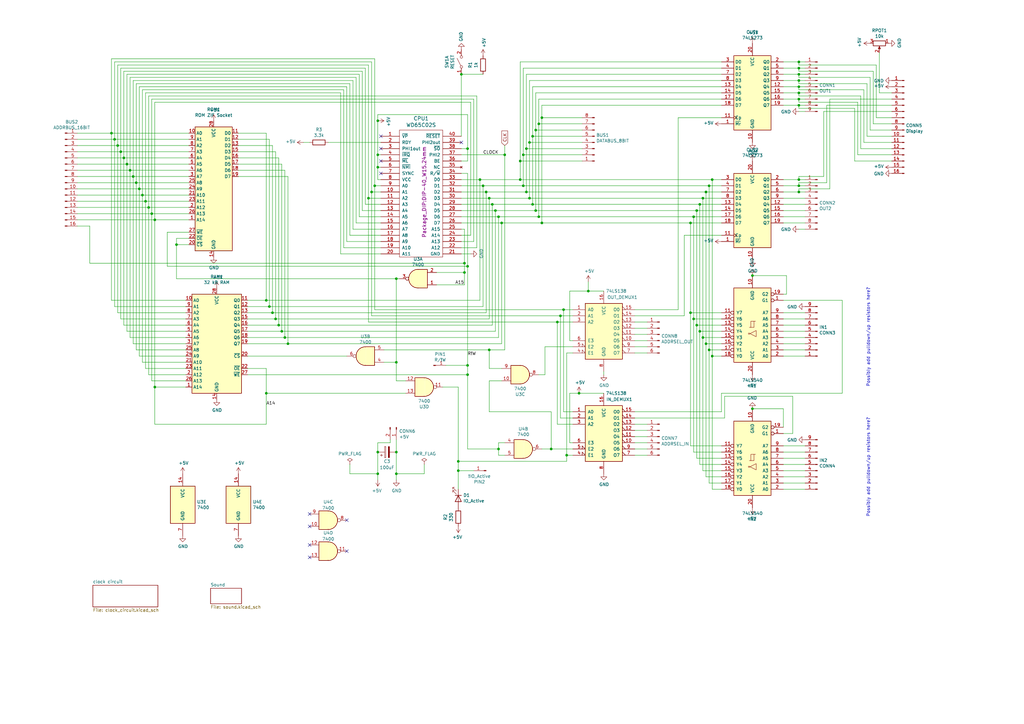
<source format=kicad_sch>
(kicad_sch (version 20231120) (generator "eeschema") (generator_version "8.0")
  (paper "A3")
  (junction (at 285.75 86.36))
  (junction (at 190.5 107.95))
  (junction (at 214.63 76.2))
  (junction (at 207.01 63.5))
  (junction (at 111.76 128.27))
  (junction (at 205.74 91.44))
  (junction (at 218.44 83.82))
  (junction (at 115.57 135.89))
  (junction (at 203.2 86.36))
  (junction (at 152.4 78.74))
  (junction (at 283.21 91.44))
  (junction (at 151.13 81.28))
  (junction (at 213.36 73.66))
  (junction (at 154.94 63.5))
  (junction (at 327.66 35.56))
  (junction (at 196.85 73.66))
  (junction (at 327.66 25.4))
  (junction (at 215.9 78.74))
  (junction (at 231.14 127))
  (junction (at 327.66 27.94))
  (junction (at 154.94 68.58))
  (junction (at 54.61 72.39))
  (junction (at 153.67 76.2))
  (junction (at 327.66 38.1))
  (junction (at 199.39 78.74))
  (junction (at 327.66 43.18))
  (junction (at 222.25 48.26))
  (junction (at 72.39 100.33))
  (junction (at 50.8 64.77))
  (junction (at 288.29 138.43))
  (junction (at 62.23 87.63))
  (junction (at 58.42 80.01))
  (junction (at 191.77 109.22))
  (junction (at 204.47 184.15))
  (junction (at 220.98 50.8))
  (junction (at 292.1 73.66))
  (junction (at 290.83 76.2))
  (junction (at 284.48 88.9))
  (junction (at 154.94 49.53))
  (junction (at 187.96 189.23))
  (junction (at 283.21 128.27))
  (junction (at 162.56 194.31))
  (junction (at 215.9 60.96))
  (junction (at 327.66 33.02))
  (junction (at 241.3 119.38))
  (junction (at 154.94 185.42))
  (junction (at 45.72 54.61))
  (junction (at 327.66 78.74))
  (junction (at 52.07 67.31))
  (junction (at 290.83 143.51))
  (junction (at 110.49 125.73))
  (junction (at 109.22 123.19))
  (junction (at 162.56 148.59))
  (junction (at 63.5 158.75))
  (junction (at 57.15 77.47))
  (junction (at 232.41 186.69))
  (junction (at 284.48 130.81))
  (junction (at 162.56 185.42))
  (junction (at 63.5 90.17))
  (junction (at 55.88 74.93))
  (junction (at 48.26 59.69))
  (junction (at 237.49 161.29))
  (junction (at 118.11 140.97))
  (junction (at 217.17 81.28))
  (junction (at 114.3 133.35))
  (junction (at 292.1 146.05))
  (junction (at 285.75 133.35))
  (junction (at 228.6 132.08))
  (junction (at 187.96 193.04))
  (junction (at 308.61 167.64))
  (junction (at 49.53 62.23))
  (junction (at 200.66 143.51))
  (junction (at 204.47 88.9))
  (junction (at 217.17 58.42))
  (junction (at 198.12 76.2))
  (junction (at 229.87 129.54))
  (junction (at 219.71 53.34))
  (junction (at 201.93 83.82))
  (junction (at 289.56 140.97))
  (junction (at 46.99 57.15))
  (junction (at 218.44 55.88))
  (junction (at 189.23 30.48))
  (junction (at 53.34 69.85))
  (junction (at 327.66 73.66))
  (junction (at 213.36 66.04))
  (junction (at 219.71 86.36))
  (junction (at 289.56 78.74))
  (junction (at 154.94 194.31))
  (junction (at 327.66 76.2))
  (junction (at 308.61 113.03))
  (junction (at 191.77 153.67))
  (junction (at 191.77 60.96))
  (junction (at 226.06 184.15))
  (junction (at 214.63 63.5))
  (junction (at 222.25 91.44))
  (junction (at 200.66 81.28))
  (junction (at 287.02 135.89))
  (junction (at 327.66 40.64))
  (junction (at 190.5 111.76))
  (junction (at 116.84 138.43))
  (junction (at 191.77 149.86))
  (junction (at 162.56 114.3))
  (junction (at 327.66 30.48))
  (junction (at 288.29 81.28))
  (junction (at 113.03 130.81))
  (junction (at 60.96 85.09))
  (junction (at 59.69 82.55))
  (junction (at 109.22 161.29))
  (junction (at 287.02 83.82))
  (junction (at 220.98 88.9))
  (no_connect (at 127 223.52))
  (no_connect (at 142.24 226.06))
  (no_connect (at 127 210.82))
  (no_connect (at 127 215.9))
  (no_connect (at 142.24 213.36))
  (no_connect (at 156.21 55.88))
  (no_connect (at 189.23 58.42))
  (no_connect (at 156.21 66.04))
  (no_connect (at 127 228.6))
  (no_connect (at 156.21 71.12))
  (no_connect (at 156.21 60.96))
  (wire (pts (xy 58.42 80.01) (xy 77.47 80.01)))
  (wire (pts (xy 187.96 193.04) (xy 187.96 200.66)))
  (wire (pts (xy 217.17 33.02) (xy 295.91 33.02)))
  (wire (pts (xy 238.76 53.34) (xy 219.71 53.34)))
  (wire (pts (xy 182.88 149.86) (xy 191.77 149.86)))
  (wire (pts (xy 200.66 143.51) (xy 207.01 143.51)))
  (wire (pts (xy 354.33 36.83) (xy 354.33 58.42)))
  (wire (pts (xy 220.98 88.9) (xy 284.48 88.9)))
  (wire (pts (xy 111.76 59.69) (xy 97.79 59.69)))
  (wire (pts (xy 229.87 171.45) (xy 234.95 171.45)))
  (wire (pts (xy 53.34 31.75) (xy 146.05 31.75)))
  (wire (pts (xy 238.76 66.04) (xy 213.36 66.04)))
  (wire (pts (xy 325.12 177.8) (xy 321.31 177.8)))
  (wire (pts (xy 222.25 48.26) (xy 222.25 43.18)))
  (wire (pts (xy 198.12 76.2) (xy 214.63 76.2)))
  (wire (pts (xy 285.75 187.96) (xy 295.91 187.96)))
  (wire (pts (xy 238.76 60.96) (xy 215.9 60.96)))
  (wire (pts (xy 337.82 72.39) (xy 327.66 72.39)))
  (wire (pts (xy 156.21 99.06) (xy 142.24 99.06)))
  (wire (pts (xy 325.12 162.56) (xy 325.12 177.8)))
  (wire (pts (xy 62.23 40.64) (xy 194.31 40.64)))
  (wire (pts (xy 327.66 43.18) (xy 327.66 44.45)))
  (wire (pts (xy 156.21 86.36) (xy 148.59 86.36)))
  (wire (pts (xy 217.17 81.28) (xy 217.17 58.42)))
  (wire (pts (xy 48.26 59.69) (xy 48.26 128.27)))
  (wire (pts (xy 57.15 146.05) (xy 76.2 146.05)))
  (wire (pts (xy 189.23 63.5) (xy 207.01 63.5)))
  (wire (pts (xy 189.23 73.66) (xy 196.85 73.66)))
  (wire (pts (xy 283.21 91.44) (xy 283.21 128.27)))
  (wire (pts (xy 143.51 34.29) (xy 143.51 96.52)))
  (wire (pts (xy 60.96 39.37) (xy 195.58 39.37)))
  (wire (pts (xy 48.26 59.69) (xy 77.47 59.69)))
  (wire (pts (xy 321.31 38.1) (xy 327.66 38.1)))
  (wire (pts (xy 46.99 57.15) (xy 77.47 57.15)))
  (wire (pts (xy 284.48 88.9) (xy 295.91 88.9)))
  (wire (pts (xy 196.85 73.66) (xy 196.85 123.19)))
  (wire (pts (xy 327.66 25.4) (xy 330.2 25.4)))
  (wire (pts (xy 199.39 78.74) (xy 215.9 78.74)))
  (wire (pts (xy 321.31 91.44) (xy 330.2 91.44)))
  (wire (pts (xy 327.66 38.1) (xy 327.66 39.37)))
  (wire (pts (xy 339.09 74.93) (xy 327.66 74.93)))
  (wire (pts (xy 31.75 62.23) (xy 49.53 62.23)))
  (wire (pts (xy 228.6 132.08) (xy 234.95 132.08)))
  (wire (pts (xy 288.29 81.28) (xy 295.91 81.28)))
  (wire (pts (xy 166.37 161.29) (xy 109.22 161.29)))
  (wire (pts (xy 233.68 119.38) (xy 241.3 119.38)))
  (wire (pts (xy 233.68 181.61) (xy 233.68 161.29)))
  (wire (pts (xy 260.35 179.07) (xy 265.43 179.07)))
  (wire (pts (xy 59.69 82.55) (xy 59.69 151.13)))
  (wire (pts (xy 207.01 181.61) (xy 204.47 181.61)))
  (wire (pts (xy 31.75 77.47) (xy 57.15 77.47)))
  (wire (pts (xy 191.77 149.86) (xy 191.77 153.67)))
  (wire (pts (xy 54.61 140.97) (xy 76.2 140.97)))
  (wire (pts (xy 278.13 48.26) (xy 295.91 48.26)))
  (wire (pts (xy 365.76 38.1) (xy 360.68 38.1)))
  (wire (pts (xy 213.36 73.66) (xy 292.1 73.66)))
  (wire (pts (xy 237.49 161.29) (xy 247.65 161.29)))
  (wire (pts (xy 200.66 168.91) (xy 200.66 156.21)))
  (wire (pts (xy 232.41 144.78) (xy 234.95 144.78)))
  (wire (pts (xy 247.65 153.67) (xy 247.65 152.4)))
  (wire (pts (xy 321.31 138.43) (xy 330.2 138.43)))
  (wire (pts (xy 45.72 123.19) (xy 76.2 123.19)))
  (wire (pts (xy 162.56 148.59) (xy 162.56 114.3)))
  (wire (pts (xy 160.02 181.61) (xy 160.02 180.34)))
  (wire (pts (xy 327.66 27.94) (xy 327.66 29.21)))
  (wire (pts (xy 193.04 104.14) (xy 189.23 104.14)))
  (wire (pts (xy 63.5 41.91) (xy 193.04 41.91)))
  (wire (pts (xy 151.13 132.08) (xy 228.6 132.08)))
  (wire (pts (xy 260.35 142.24) (xy 265.43 142.24)))
  (wire (pts (xy 154.94 46.99) (xy 191.77 46.99)))
  (wire (pts (xy 228.6 132.08) (xy 228.6 173.99)))
  (wire (pts (xy 308.61 113.03) (xy 322.58 113.03)))
  (wire (pts (xy 63.5 90.17) (xy 77.47 90.17)))
  (wire (pts (xy 218.44 83.82) (xy 287.02 83.82)))
  (wire (pts (xy 289.56 140.97) (xy 289.56 195.58)))
  (wire (pts (xy 327.66 30.48) (xy 327.66 31.75)))
  (wire (pts (xy 238.76 55.88) (xy 218.44 55.88)))
  (wire (pts (xy 109.22 123.19) (xy 109.22 54.61)))
  (wire (pts (xy 191.77 60.96) (xy 191.77 46.99)))
  (wire (pts (xy 203.2 86.36) (xy 203.2 135.89)))
  (wire (pts (xy 68.58 109.22) (xy 191.77 109.22)))
  (wire (pts (xy 58.42 36.83) (xy 58.42 80.01)))
  (wire (pts (xy 234.95 186.69) (xy 232.41 186.69)))
  (wire (pts (xy 204.47 184.15) (xy 204.47 181.61)))
  (wire (pts (xy 31.75 87.63) (xy 62.23 87.63)))
  (wire (pts (xy 189.23 86.36) (xy 203.2 86.36)))
  (wire (pts (xy 201.93 83.82) (xy 201.93 133.35)))
  (wire (pts (xy 173.99 194.31) (xy 173.99 190.5)))
  (wire (pts (xy 116.84 69.85) (xy 97.79 69.85)))
  (wire (pts (xy 110.49 57.15) (xy 97.79 57.15)))
  (wire (pts (xy 290.83 198.12) (xy 295.91 198.12)))
  (wire (pts (xy 63.5 158.75) (xy 63.5 173.99)))
  (wire (pts (xy 223.52 153.67) (xy 223.52 142.24)))
  (wire (pts (xy 156.21 78.74) (xy 152.4 78.74)))
  (wire (pts (xy 345.44 161.29) (xy 345.44 123.19)))
  (wire (pts (xy 156.21 96.52) (xy 143.51 96.52)))
  (wire (pts (xy 290.83 143.51) (xy 295.91 143.51)))
  (wire (pts (xy 55.88 74.93) (xy 55.88 143.51)))
  (wire (pts (xy 356.87 31.75) (xy 356.87 53.34)))
  (wire (pts (xy 321.31 187.96) (xy 330.2 187.96)))
  (wire (pts (xy 345.44 123.19) (xy 321.31 123.19)))
  (wire (pts (xy 327.66 36.83) (xy 354.33 36.83)))
  (wire (pts (xy 156.21 76.2) (xy 153.67 76.2)))
  (wire (pts (xy 157.48 143.51) (xy 200.66 143.51)))
  (wire (pts (xy 285.75 133.35) (xy 285.75 187.96)))
  (wire (pts (xy 204.47 88.9) (xy 220.98 88.9)))
  (wire (pts (xy 191.77 184.15) (xy 191.77 153.67)))
  (wire (pts (xy 31.75 80.01) (xy 58.42 80.01)))
  (wire (pts (xy 36.83 92.71) (xy 31.75 92.71)))
  (wire (pts (xy 190.5 111.76) (xy 190.5 116.84)))
  (wire (pts (xy 101.6 130.81) (xy 113.03 130.81)))
  (wire (pts (xy 187.96 189.23) (xy 232.41 189.23)))
  (wire (pts (xy 200.66 81.28) (xy 200.66 130.81)))
  (wire (pts (xy 198.12 76.2) (xy 198.12 125.73)))
  (wire (pts (xy 327.66 34.29) (xy 355.6 34.29)))
  (wire (pts (xy 156.21 101.6) (xy 140.97 101.6)))
  (wire (pts (xy 203.2 135.89) (xy 115.57 135.89)))
  (wire (pts (xy 154.94 49.53) (xy 154.94 63.5)))
  (wire (pts (xy 31.75 67.31) (xy 52.07 67.31)))
  (wire (pts (xy 189.23 83.82) (xy 201.93 83.82)))
  (wire (pts (xy 52.07 30.48) (xy 52.07 67.31)))
  (wire (pts (xy 31.75 54.61) (xy 45.72 54.61)))
  (wire (pts (xy 351.79 41.91) (xy 351.79 63.5)))
  (wire (pts (xy 46.99 25.4) (xy 152.4 25.4)))
  (wire (pts (xy 72.39 97.79) (xy 72.39 100.33)))
  (wire (pts (xy 241.3 115.57) (xy 241.3 119.38)))
  (wire (pts (xy 101.6 138.43) (xy 116.84 138.43)))
  (wire (pts (xy 321.31 25.4) (xy 327.66 25.4)))
  (wire (pts (xy 200.66 130.81) (xy 113.03 130.81)))
  (wire (pts (xy 46.99 125.73) (xy 76.2 125.73)))
  (wire (pts (xy 321.31 140.97) (xy 330.2 140.97)))
  (wire (pts (xy 156.21 83.82) (xy 149.86 83.82)))
  (wire (pts (xy 327.66 72.39) (xy 327.66 73.66)))
  (wire (pts (xy 260.35 176.53) (xy 265.43 176.53)))
  (wire (pts (xy 139.7 104.14) (xy 139.7 38.1)))
  (wire (pts (xy 101.6 153.67) (xy 191.77 153.67)))
  (wire (pts (xy 213.36 25.4) (xy 295.91 25.4)))
  (wire (pts (xy 260.35 168.91) (xy 295.91 168.91)))
  (wire (pts (xy 218.44 83.82) (xy 218.44 55.88)))
  (wire (pts (xy 53.34 69.85) (xy 77.47 69.85)))
  (wire (pts (xy 287.02 83.82) (xy 287.02 135.89)))
  (wire (pts (xy 53.34 69.85) (xy 53.34 138.43)))
  (wire (pts (xy 260.35 186.69) (xy 265.43 186.69)))
  (wire (pts (xy 321.31 182.88) (xy 330.2 182.88)))
  (wire (pts (xy 321.31 200.66) (xy 330.2 200.66)))
  (wire (pts (xy 109.22 54.61) (xy 97.79 54.61)))
  (wire (pts (xy 50.8 29.21) (xy 148.59 29.21)))
  (wire (pts (xy 233.68 161.29) (xy 237.49 161.29)))
  (wire (pts (xy 219.71 86.36) (xy 285.75 86.36)))
  (wire (pts (xy 201.93 83.82) (xy 218.44 83.82)))
  (wire (pts (xy 194.31 193.04) (xy 187.96 193.04)))
  (wire (pts (xy 31.75 69.85) (xy 53.34 69.85)))
  (wire (pts (xy 59.69 151.13) (xy 76.2 151.13)))
  (wire (pts (xy 190.5 111.76) (xy 179.07 111.76)))
  (wire (pts (xy 327.66 74.93) (xy 327.66 76.2)))
  (wire (pts (xy 360.68 38.1) (xy 360.68 21.59)))
  (wire (pts (xy 231.14 127) (xy 234.95 127)))
  (wire (pts (xy 295.91 168.91) (xy 295.91 161.29)))
  (wire (pts (xy 200.66 81.28) (xy 217.17 81.28)))
  (wire (pts (xy 234.95 181.61) (xy 233.68 181.61)))
  (wire (pts (xy 154.94 63.5) (xy 154.94 68.58)))
  (wire (pts (xy 283.21 128.27) (xy 295.91 128.27)))
  (wire (pts (xy 57.15 77.47) (xy 77.47 77.47)))
  (wire (pts (xy 355.6 34.29) (xy 355.6 55.88)))
  (wire (pts (xy 204.47 138.43) (xy 116.84 138.43)))
  (wire (pts (xy 45.72 54.61) (xy 45.72 123.19)))
  (wire (pts (xy 321.31 133.35) (xy 330.2 133.35)))
  (wire (pts (xy 321.31 78.74) (xy 327.66 78.74)))
  (wire (pts (xy 187.96 189.23) (xy 187.96 193.04)))
  (wire (pts (xy 54.61 72.39) (xy 54.61 140.97)))
  (wire (pts (xy 350.52 44.45) (xy 350.52 66.04)))
  (wire (pts (xy 217.17 58.42) (xy 217.17 33.02)))
  (wire (pts (xy 191.77 66.04) (xy 191.77 60.96)))
  (wire (pts (xy 284.48 130.81) (xy 295.91 130.81)))
  (wire (pts (xy 327.66 40.64) (xy 327.66 41.91)))
  (wire (pts (xy 280.67 96.52) (xy 295.91 96.52)))
  (wire (pts (xy 162.56 185.42) (xy 162.56 194.31)))
  (wire (pts (xy 327.66 45.72) (xy 330.2 45.72)))
  (wire (pts (xy 285.75 86.36) (xy 285.75 133.35)))
  (wire (pts (xy 260.35 173.99) (xy 265.43 173.99)))
  (wire (pts (xy 53.34 138.43) (xy 76.2 138.43)))
  (wire (pts (xy 154.94 185.42) (xy 154.94 194.31)))
  (wire (pts (xy 68.58 95.25) (xy 68.58 109.22)))
  (wire (pts (xy 226.06 184.15) (xy 226.06 168.91)))
  (wire (pts (xy 156.21 81.28) (xy 151.13 81.28)))
  (wire (pts (xy 292.1 146.05) (xy 295.91 146.05)))
  (wire (pts (xy 321.31 146.05) (xy 330.2 146.05)))
  (wire (pts (xy 57.15 77.47) (xy 57.15 146.05)))
  (wire (pts (xy 189.23 76.2) (xy 198.12 76.2)))
  (wire (pts (xy 146.05 31.75) (xy 146.05 91.44)))
  (wire (pts (xy 205.74 91.44) (xy 205.74 140.97)))
  (wire (pts (xy 327.66 35.56) (xy 327.66 36.83)))
  (wire (pts (xy 156.21 104.14) (xy 139.7 104.14)))
  (wire (pts (xy 49.53 27.94) (xy 149.86 27.94)))
  (wire (pts (xy 31.75 85.09) (xy 60.96 85.09)))
  (wire (pts (xy 205.74 91.44) (xy 222.25 91.44)))
  (wire (pts (xy 327.66 93.98) (xy 330.2 93.98)))
  (wire (pts (xy 287.02 135.89) (xy 295.91 135.89)))
  (wire (pts (xy 31.75 64.77) (xy 50.8 64.77)))
  (wire (pts (xy 189.23 99.06) (xy 194.31 99.06)))
  (wire (pts (xy 214.63 63.5) (xy 214.63 27.94)))
  (wire (pts (xy 260.35 139.7) (xy 265.43 139.7)))
  (wire (pts (xy 283.21 91.44) (xy 295.91 91.44)))
  (wire (pts (xy 118.11 140.97) (xy 118.11 72.39)))
  (wire (pts (xy 321.31 128.27) (xy 330.2 128.27)))
  (wire (pts (xy 148.59 29.21) (xy 148.59 86.36)))
  (wire (pts (xy 214.63 76.2) (xy 214.63 63.5)))
  (wire (pts (xy 289.56 195.58) (xy 295.91 195.58)))
  (wire (pts (xy 191.77 71.12) (xy 191.77 109.22)))
  (wire (pts (xy 321.31 81.28) (xy 330.2 81.28)))
  (wire (pts (xy 156.21 73.66) (xy 154.94 73.66)))
  (wire (pts (xy 321.31 193.04) (xy 330.2 193.04)))
  (wire (pts (xy 63.5 158.75) (xy 76.2 158.75)))
  (wire (pts (xy 190.5 107.95) (xy 36.83 107.95)))
  (wire (pts (xy 52.07 30.48) (xy 147.32 30.48)))
  (wire (pts (xy 189.23 88.9) (xy 204.47 88.9)))
  (wire (pts (xy 189.23 101.6) (xy 195.58 101.6)))
  (wire (pts (xy 285.75 133.35) (xy 295.91 133.35)))
  (wire (pts (xy 321.31 73.66) (xy 327.66 73.66)))
  (wire (pts (xy 321.31 135.89) (xy 330.2 135.89)))
  (wire (pts (xy 321.31 198.12) (xy 330.2 198.12)))
  (wire (pts (xy 340.36 77.47) (xy 327.66 77.47)))
  (wire (pts (xy 31.75 82.55) (xy 59.69 82.55)))
  (wire (pts (xy 143.51 194.31) (xy 154.94 194.31)))
  (wire (pts (xy 101.6 128.27) (xy 111.76 128.27)))
  (wire (pts (xy 31.75 59.69) (xy 48.26 59.69)))
  (wire (pts (xy 321.31 43.18) (xy 327.66 43.18)))
  (wire (pts (xy 359.41 26.67) (xy 359.41 48.26)))
  (wire (pts (xy 327.66 38.1) (xy 330.2 38.1)))
  (wire (pts (xy 215.9 30.48) (xy 295.91 30.48)))
  (wire (pts (xy 101.6 140.97) (xy 118.11 140.97)))
  (wire (pts (xy 292.1 73.66) (xy 292.1 146.05)))
  (wire (pts (xy 285.75 86.36) (xy 295.91 86.36)))
  (wire (pts (xy 50.8 133.35) (xy 76.2 133.35)))
  (wire (pts (xy 55.88 143.51) (xy 76.2 143.51)))
  (wire (pts (xy 49.53 62.23) (xy 77.47 62.23)))
  (wire (pts (xy 58.42 148.59) (xy 76.2 148.59)))
  (wire (pts (xy 231.14 127) (xy 231.14 168.91)))
  (wire (pts (xy 213.36 73.66) (xy 213.36 66.04)))
  (wire (pts (xy 55.88 34.29) (xy 143.51 34.29)))
  (wire (pts (xy 194.31 99.06) (xy 194.31 40.64)))
  (wire (pts (xy 340.36 40.64) (xy 340.36 77.47)))
  (wire (pts (xy 289.56 78.74) (xy 295.91 78.74)))
  (wire (pts (xy 162.56 194.31) (xy 162.56 196.85)))
  (wire (pts (xy 118.11 72.39) (xy 97.79 72.39)))
  (wire (pts (xy 114.3 133.35) (xy 114.3 64.77)))
  (wire (pts (xy 101.6 151.13) (xy 109.22 151.13)))
  (wire (pts (xy 207.01 63.5) (xy 207.01 143.51)))
  (wire (pts (xy 204.47 184.15) (xy 204.47 186.69)))
  (wire (pts (xy 327.66 27.94) (xy 330.2 27.94)))
  (wire (pts (xy 204.47 186.69) (xy 207.01 186.69)))
  (wire (pts (xy 200.66 143.51) (xy 200.66 151.13)))
  (wire (pts (xy 156.21 58.42) (xy 134.62 58.42)))
  (wire (pts (xy 156.21 91.44) (xy 146.05 91.44)))
  (wire (pts (xy 287.02 135.89) (xy 287.02 190.5)))
  (wire (pts (xy 31.75 72.39) (xy 54.61 72.39)))
  (wire (pts (xy 151.13 81.28) (xy 151.13 132.08)))
  (wire (pts (xy 213.36 66.04) (xy 213.36 25.4)))
  (wire (pts (xy 45.72 24.13) (xy 153.67 24.13)))
  (wire (pts (xy 154.94 194.31) (xy 154.94 196.85)))
  (wire (pts (xy 115.57 67.31) (xy 97.79 67.31)))
  (wire (pts (xy 260.35 129.54) (xy 280.67 129.54)))
  (wire (pts (xy 189.23 60.96) (xy 191.77 60.96)))
  (wire (pts (xy 290.83 76.2) (xy 295.91 76.2)))
  (wire (pts (xy 260.35 127) (xy 278.13 127)))
  (wire (pts (xy 214.63 76.2) (xy 290.83 76.2)))
  (wire (pts (xy 321.31 120.65) (xy 322.58 120.65)))
  (wire (pts (xy 50.8 64.77) (xy 50.8 133.35)))
  (wire (pts (xy 201.93 133.35) (xy 114.3 133.35)))
  (wire (pts (xy 59.69 38.1) (xy 59.69 82.55)))
  (wire (pts (xy 189.23 78.74) (xy 199.39 78.74)))
  (wire (pts (xy 60.96 85.09) (xy 60.96 153.67)))
  (wire (pts (xy 238.76 58.42) (xy 217.17 58.42)))
  (wire (pts (xy 218.44 35.56) (xy 295.91 35.56)))
  (wire (pts (xy 189.23 66.04) (xy 191.77 66.04)))
  (wire (pts (xy 327.66 29.21) (xy 358.14 29.21)))
  (wire (pts (xy 144.78 33.02) (xy 144.78 93.98)))
  (wire (pts (xy 321.31 40.64) (xy 327.66 40.64)))
  (wire (pts (xy 48.26 128.27) (xy 76.2 128.27)))
  (wire (pts (xy 124.46 58.42) (xy 127 58.42)))
  (wire (pts (xy 220.98 40.64) (xy 295.91 40.64)))
  (wire (pts (xy 327.66 31.75) (xy 356.87 31.75)))
  (wire (pts (xy 260.35 132.08) (xy 265.43 132.08)))
  (wire (pts (xy 217.17 81.28) (xy 288.29 81.28)))
  (wire (pts (xy 289.56 78.74) (xy 289.56 140.97)))
  (wire (pts (xy 321.31 83.82) (xy 330.2 83.82)))
  (wire (pts (xy 57.15 35.56) (xy 142.24 35.56)))
  (wire (pts (xy 233.68 139.7) (xy 233.68 119.38)))
  (wire (pts (xy 327.66 77.47) (xy 327.66 78.74)))
  (wire (pts (xy 152.4 129.54) (xy 229.87 129.54)))
  (wire (pts (xy 308.61 167.64) (xy 321.31 167.64)))
  (wire (pts (xy 260.35 184.15) (xy 265.43 184.15)))
  (wire (pts (xy 45.72 54.61) (xy 77.47 54.61)))
  (wire (pts (xy 287.02 83.82) (xy 295.91 83.82)))
  (wire (pts (xy 350.52 66.04) (xy 365.76 66.04)))
  (wire (pts (xy 63.5 41.91) (xy 63.5 90.17)))
  (wire (pts (xy 327.66 35.56) (xy 330.2 35.56)))
  (wire (pts (xy 196.85 73.66) (xy 213.36 73.66)))
  (wire (pts (xy 151.13 26.67) (xy 151.13 81.28)))
  (wire (pts (xy 154.94 181.61) (xy 160.02 181.61)))
  (wire (pts (xy 199.39 128.27) (xy 111.76 128.27)))
  (wire (pts (xy 198.12 125.73) (xy 110.49 125.73)))
  (wire (pts (xy 220.98 153.67) (xy 223.52 153.67)))
  (wire (pts (xy 48.26 26.67) (xy 151.13 26.67)))
  (wire (pts (xy 205.74 151.13) (xy 200.66 151.13)))
  (wire (pts (xy 46.99 25.4) (xy 46.99 57.15)))
  (wire (pts (xy 152.4 78.74) (xy 152.4 129.54)))
  (wire (pts (xy 219.71 86.36) (xy 219.71 53.34)))
  (wire (pts (xy 234.95 139.7) (xy 233.68 139.7)))
  (wire (pts (xy 214.63 27.94) (xy 295.91 27.94)))
  (wire (pts (xy 199.39 78.74) (xy 199.39 128.27)))
  (wire (pts (xy 327.66 25.4) (xy 327.66 26.67)))
  (wire (pts (xy 232.41 144.78) (xy 232.41 186.69)))
  (wire (pts (xy 355.6 55.88) (xy 365.76 55.88)))
  (wire (pts (xy 190.5 107.95) (xy 190.5 111.76)))
  (wire (pts (xy 288.29 193.04) (xy 295.91 193.04)))
  (wire (pts (xy 189.23 55.88) (xy 189.23 30.48)))
  (wire (pts (xy 101.6 135.89) (xy 115.57 135.89)))
  (wire (pts (xy 229.87 129.54) (xy 229.87 171.45)))
  (wire (pts (xy 292.1 200.66) (xy 295.91 200.66)))
  (wire (pts (xy 260.35 137.16) (xy 265.43 137.16)))
  (wire (pts (xy 196.85 123.19) (xy 109.22 123.19)))
  (wire (pts (xy 327.66 73.66) (xy 330.2 73.66)))
  (wire (pts (xy 189.23 96.52) (xy 193.04 96.52)))
  (wire (pts (xy 31.75 74.93) (xy 55.88 74.93)))
  (wire (pts (xy 204.47 184.15) (xy 191.77 184.15)))
  (wire (pts (xy 327.66 44.45) (xy 350.52 44.45)))
  (wire (pts (xy 49.53 62.23) (xy 49.53 130.81)))
  (wire (pts (xy 278.13 127) (xy 278.13 48.26)))
  (wire (pts (xy 63.5 173.99) (xy 109.22 173.99)))
  (wire (pts (xy 358.14 29.21) (xy 358.14 50.8)))
  (wire (pts (xy 46.99 57.15) (xy 46.99 125.73)))
  (wire (pts (xy 327.66 33.02) (xy 327.66 34.29)))
  (wire (pts (xy 356.87 53.34) (xy 365.76 53.34)))
  (wire (pts (xy 115.57 135.89) (xy 115.57 67.31)))
  (wire (pts (xy 60.96 153.67) (xy 76.2 153.67)))
  (wire (pts (xy 283.21 128.27) (xy 283.21 182.88)))
  (wire (pts (xy 162.56 194.31) (xy 173.99 194.31)))
  (wire (pts (xy 223.52 142.24) (xy 234.95 142.24)))
  (wire (pts (xy 321.31 167.64) (xy 321.31 175.26)))
  (wire (pts (xy 109.22 161.29) (xy 109.22 173.99)))
  (wire (pts (xy 147.32 30.48) (xy 147.32 88.9)))
  (wire (pts (xy 321.31 130.81) (xy 330.2 130.81)))
  (wire (pts (xy 321.31 35.56) (xy 327.66 35.56)))
  (wire (pts (xy 110.49 125.73) (xy 110.49 57.15)))
  (wire (pts (xy 200.66 156.21) (xy 205.74 156.21)))
  (wire (pts (xy 154.94 73.66) (xy 154.94 68.58)))
  (wire (pts (xy 353.06 39.37) (xy 353.06 60.96)))
  (wire (pts (xy 228.6 173.99) (xy 234.95 173.99)))
  (wire (pts (xy 57.15 35.56) (xy 57.15 77.47)))
  (wire (pts (xy 229.87 129.54) (xy 234.95 129.54)))
  (wire (pts (xy 321.31 30.48) (xy 327.66 30.48)))
  (wire (pts (xy 31.75 90.17) (xy 63.5 90.17)))
  (wire (pts (xy 62.23 87.63) (xy 77.47 87.63)))
  (wire (pts (xy 358.14 50.8) (xy 365.76 50.8)))
  (wire (pts (xy 290.83 76.2) (xy 290.83 143.51)))
  (wire (pts (xy 52.07 67.31) (xy 77.47 67.31)))
  (wire (pts (xy 220.98 88.9) (xy 220.98 50.8)))
  (wire (pts (xy 49.53 27.94) (xy 49.53 62.23)))
  (wire (pts (xy 327.66 40.64) (xy 330.2 40.64)))
  (wire (pts (xy 203.2 86.36) (xy 219.71 86.36)))
  (wire (pts (xy 321.31 33.02) (xy 327.66 33.02)))
  (wire (pts (xy 260.35 171.45) (xy 297.18 171.45)))
  (wire (pts (xy 59.69 38.1) (xy 139.7 38.1)))
  (wire (pts (xy 321.31 86.36) (xy 330.2 86.36)))
  (wire (pts (xy 351.79 63.5) (xy 365.76 63.5)))
  (wire (pts (xy 222.25 184.15) (xy 226.06 184.15)))
  (wire (pts (xy 205.74 140.97) (xy 118.11 140.97)))
  (wire (pts (xy 288.29 138.43) (xy 295.91 138.43)))
  (wire (pts (xy 337.82 45.72) (xy 337.82 72.39)))
  (wire (pts (xy 327.66 26.67) (xy 359.41 26.67)))
  (wire (pts (xy 162.56 148.59) (xy 162.56 156.21)))
  (wire (pts (xy 156.21 68.58) (xy 154.94 68.58)))
  (wire (pts (xy 219.71 38.1) (xy 295.91 38.1)))
  (wire (pts (xy 340.36 40.64) (xy 365.76 40.64)))
  (wire (pts (xy 58.42 36.83) (xy 140.97 36.83)))
  (wire (pts (xy 359.41 48.26) (xy 365.76 48.26)))
  (wire (pts (xy 284.48 130.81) (xy 284.48 185.42)))
  (wire (pts (xy 62.23 87.63) (xy 62.23 156.21)))
  (wire (pts (xy 31.75 57.15) (xy 46.99 57.15)))
  (wire (pts (xy 327.66 41.91) (xy 351.79 41.91)))
  (wire (pts (xy 284.48 185.42) (xy 295.91 185.42)))
  (wire (pts (xy 62.23 156.21) (xy 76.2 156.21)))
  (wire (pts (xy 238.76 63.5) (xy 214.63 63.5)))
  (wire (pts (xy 142.24 146.05) (xy 101.6 146.05)))
  (wire (pts (xy 292.1 146.05) (xy 292.1 200.66)))
  (wire (pts (xy 50.8 29.21) (xy 50.8 64.77)))
  (wire (pts (xy 111.76 128.27) (xy 111.76 59.69)))
  (wire (pts (xy 226.06 184.15) (xy 234.95 184.15)))
  (wire (pts (xy 72.39 100.33) (xy 77.47 100.33)))
  (wire (pts (xy 116.84 138.43) (xy 116.84 69.85)))
  (wire (pts (xy 288.29 138.43) (xy 288.29 193.04)))
  (wire (pts (xy 354.33 58.42) (xy 365.76 58.42)))
  (wire (pts (xy 156.21 63.5) (xy 154.94 63.5)))
  (wire (pts (xy 232.41 189.23) (xy 232.41 186.69)))
  (wire (pts (xy 287.02 190.5) (xy 295.91 190.5)))
  (wire (pts (xy 72.39 114.3) (xy 72.39 100.33)))
  (wire (pts (xy 62.23 40.64) (xy 62.23 87.63)))
  (wire (pts (xy 339.09 43.18) (xy 365.76 43.18)))
  (wire (pts (xy 101.6 133.35) (xy 114.3 133.35)))
  (wire (pts (xy 337.82 45.72) (xy 365.76 45.72)))
  (wire (pts (xy 215.9 78.74) (xy 215.9 60.96)))
  (wire (pts (xy 327.66 76.2) (xy 330.2 76.2)))
  (wire (pts (xy 187.96 158.75) (xy 187.96 189.23)))
  (wire (pts (xy 77.47 95.25) (xy 68.58 95.25)))
  (wire (pts (xy 222.25 91.44) (xy 222.25 48.26)))
  (wire (pts (xy 52.07 135.89) (xy 76.2 135.89)))
  (wire (pts (xy 113.03 130.81) (xy 113.03 62.23)))
  (wire (pts (xy 77.47 97.79) (xy 72.39 97.79)))
  (wire (pts (xy 140.97 36.83) (xy 140.97 101.6)))
  (wire (pts (xy 283.21 182.88) (xy 295.91 182.88)))
  (wire (pts (xy 45.72 24.13) (xy 45.72 54.61)))
  (wire (pts (xy 193.04 96.52) (xy 193.04 41.91)))
  (wire (pts (xy 114.3 64.77) (xy 97.79 64.77)))
  (wire (pts (xy 260.35 134.62) (xy 265.43 134.62)))
  (wire (pts (xy 241.3 119.38) (xy 247.65 119.38)))
  (wire (pts (xy 290.83 143.51) (xy 290.83 198.12)))
  (wire (pts (xy 143.51 194.31) (xy 143.51 190.5)))
  (wire (pts (xy 327.66 33.02) (xy 330.2 33.02)))
  (wire (pts (xy 238.76 50.8) (xy 220.98 50.8)))
  (wire (pts (xy 218.44 55.88) (xy 218.44 35.56)))
  (wire (pts (xy 54.61 33.02) (xy 144.78 33.02)))
  (wire (pts (xy 215.9 60.96) (xy 215.9 30.48)))
  (wire (pts (xy 321.31 27.94) (xy 327.66 27.94)))
  (wire (pts (xy 162.56 114.3) (xy 163.83 114.3)))
  (wire (pts (xy 260.35 144.78) (xy 265.43 144.78)))
  (wire (pts (xy 156.21 93.98) (xy 144.78 93.98)))
  (wire (pts (xy 226.06 168.91) (xy 200.66 168.91)))
  (wire (pts (xy 260.35 181.61) (xy 265.43 181.61)))
  (wire (pts (xy 52.07 67.31) (xy 52.07 135.89)))
  (wire (pts (xy 288.29 81.28) (xy 288.29 138.43)))
  (wire (pts (xy 154.94 49.53) (xy 154.94 46.99)))
  (wire (pts (xy 220.98 50.8) (xy 220.98 40.64)))
  (wire (pts (xy 191.77 109.22) (xy 191.77 149.86)))
  (wire (pts (xy 181.61 158.75) (xy 187.96 158.75)))
  (wire (pts (xy 189.23 30.48) (xy 198.12 30.48)))
  (wire (pts (xy 142.24 35.56) (xy 142.24 99.06)))
  (wire (pts (xy 292.1 73.66) (xy 295.91 73.66)))
  (wire (pts (xy 153.67 24.13) (xy 153.67 76.2)))
  (wire (pts (xy 189.23 93.98) (xy 190.5 93.98)))
  (wire (pts (xy 219.71 53.34) (xy 219.71 38.1)))
  (wire (pts (xy 222.25 43.18) (xy 295.91 43.18)))
  (wire (pts (xy 353.06 60.96) (xy 365.76 60.96)))
  (wire (pts (xy 54.61 72.39) (xy 77.47 72.39)))
  (wire (pts (xy 189.23 71.12) (xy 191.77 71.12)))
  (wire (pts (xy 53.34 31.75) (xy 53.34 69.85)))
  (wire (pts (xy 215.9 78.74) (xy 289.56 78.74)))
  (wire (pts (xy 113.03 62.23) (xy 97.79 62.23)))
  (wire (pts (xy 289.56 140.97) (xy 295.91 140.97)))
  (wire (pts (xy 59.69 82.55) (xy 77.47 82.55)))
  (wire (pts (xy 58.42 80.01) (xy 58.42 148.59)))
  (wire (pts (xy 295.91 161.29) (xy 345.44 161.29)))
  (wire (pts (xy 109.22 151.13) (xy 109.22 161.29)))
  (wire (pts (xy 162.56 180.34) (xy 162.56 185.42)))
  (wire (pts (xy 162.56 156.21) (xy 166.37 156.21)))
  (wire (pts (xy 189.23 81.28) (xy 200.66 81.28)))
  (wire (pts (xy 204.47 88.9) (xy 204.47 138.43)))
  (wire (pts (xy 156.21 88.9) (xy 147.32 88.9)))
  (wire (pts (xy 321.31 88.9) (xy 330.2 88.9)))
  (wire (pts (xy 63.5 90.17) (xy 63.5 158.75)))
  (wire (pts (xy 72.39 114.3) (xy 162.56 114.3)))
  (wire (pts (xy 195.58 39.37) (xy 195.58 101.6)))
  (wire (pts (xy 207.01 59.69) (xy 207.01 63.5)))
  (wire (pts (xy 297.18 171.45) (xy 297.18 162.56)))
  (wire (pts (xy 190.5 116.84) (xy 179.07 116.84)))
  (wire (pts (xy 321.31 195.58) (xy 330.2 195.58)))
  (wire (pts (xy 152.4 25.4) (xy 152.4 78.74)))
  (wire (pts (xy 153.67 127) (xy 231.14 127)))
  (wire (pts (xy 55.88 74.93) (xy 77.47 74.93)))
  (wire (pts (xy 149.86 27.94) (xy 149.86 83.82)))
  (wire (pts (xy 50.8 64.77) (xy 77.47 64.77)))
  (wire (pts (xy 101.6 125.73) (xy 110.49 125.73)))
  (wire (pts (xy 327.66 39.37) (xy 353.06 39.37)))
  (wire (pts (xy 48.26 26.67) (xy 48.26 59.69)))
  (wire (pts (xy 153.67 76.2) (xy 153.67 127)))
  (wire (pts (xy 36.83 107.95) (xy 36.83 92.71)))
  (wire (pts (xy 321.31 190.5) (xy 330.2 190.5)))
  (wire (pts (xy 154.94 185.42) (xy 154.94 181.61)))
  (wire (pts (xy 327.66 78.74) (xy 330.2 78.74)))
  (wire (pts (xy 321.31 143.51) (xy 330.2 143.51)))
  (wire (pts (xy 222.25 91.44) (xy 283.21 91.44)))
  (wire (pts (xy 101.6 123.19) (xy 109.22 123.19)))
  (wire (pts (xy 60.96 85.09) (xy 77.47 85.09)))
  (wire (pts (xy 54.61 33.02) (xy 54.61 72.39)))
  (wire (pts (xy 60.96 39.37) (xy 60.96 85.09)))
  (wire (pts (xy 322.58 120.65) (xy 322.58 113.03)))
  (wire (pts (xy 49.53 130.81) (xy 76.2 130.81)))
  (wire (pts (xy 327.66 43.18) (xy 330.2 43.18)))
  (wire (pts (xy 297.18 162.56) (xy 325.12 162.56)))
  (wire (pts (xy 157.48 148.59) (xy 162.56 148.59)))
  (wire (pts (xy 327.66 30.48) (xy 330.2 30.48)))
  (wire (pts (xy 339.09 43.18) (xy 339.09 74.93)))
  (wire (pts (xy 231.14 168.91) (xy 234.95 168.91)))
  (wire (pts (xy 189.23 91.44) (xy 205.74 91.44)))
  (wire (pts (xy 321.31 185.42) (xy 330.2 185.42)))
  (wire (pts (xy 321.31 76.2) (xy 327.66 76.2)))
  (wire (pts (xy 284.48 88.9) (xy 284.48 130.81)))
  (wire (pts (xy 238.76 48.26) (xy 222.25 48.26)))
  (wire (pts (xy 190.5 93.98) (xy 190.5 107.95)))
  (wire (pts (xy 280.67 129.54) (xy 280.67 96.52)))
  (wire (pts (xy 55.88 34.29) (xy 55.88 74.93)))
  (text "Possibly add pulldown/up resistors here?" (at 356.87 212.09 90) (effects (font (size 1.27 1.27)) (justify left bottom)))
  (text "Possibly add pulldown/up resistors here?" (at 356.87 158.75 90) (effects (font (size 1.27 1.27)) (justify left bottom)))
  (label "A15" (at 186.69 116.84 0))
  (label "R!W" (at 191.77 146.05 0))
  (label "CLOCK" (at 198.12 63.5 0))
  (label "A14" (at 109.22 166.37 0))
  (global_label "CLK" (shape input) (at 207.01 59.69 90) (property "Intersheetrefs" "${INTERSHEET_REFS}" (effects (hide yes))))
  (symbol (lib_id "Memory_EEPROM:28C256") (at 87.63 77.47 0) (unit 1)
    (property "Reference" "ROM1" (at 87.63 44.9326 0))
    (property "Value" "ROM ZIF Socket" (at 87.63 47.244 0))
    (property "Footprint" "Package_DIP:DIP-28_W15.24mm" (effects (hide yes)))
    (property "Datasheet" "http://www.ti.com/lit/gpn/sn74ls02" (effects (hide yes)))
  )
  (symbol (lib_id "Memory_RAM:KM62256CLP") (at 88.9 140.97 0) (unit 1)
    (property "Reference" "RAM1" (at 88.9 113.5126 0))
    (property "Value" "32 kB RAM" (at 88.9 115.824 0))
    (property "Footprint" "Package_DIP:DIP-28_W15.24mm" (effects (hide yes)))
  )
  (symbol (lib_id "power:GND") (at 88.9 163.83 0) (unit 1)
    (property "Reference" "#PWR0101" (effects (hide yes)))
    (property "Value" "GND" (at 89.027 168.2242 0))
  )
  (symbol (lib_id "power:GND") (at 87.63 105.41 0) (unit 1)
    (property "Reference" "#PWR0102" (effects (hide yes)))
    (property "Value" "GND" (at 87.757 109.8042 0))
  )
  (symbol (lib_id "power:+5V") (at 87.63 49.53 0) (unit 1)
    (property "Reference" "#PWR0103" (effects (hide yes)))
    (property "Value" "+5V" (at 88.011 45.1358 0))
  )
  (symbol (lib_id "power:+5V") (at 88.9 118.11 0) (unit 1)
    (property "Reference" "#PWR0104" (effects (hide yes)))
    (property "Value" "+5V" (at 89.281 113.7158 0))
  )
  (symbol (lib_id "computer-rescue:WD65C02-65xx") (at 172.72 78.74 0) (unit 1)
    (property "Reference" "CPU1" (at 172.72 48.5902 0) (effects (font (size 1.524 1.524))))
    (property "Value" "WD65C02S" (at 172.72 51.2826 0) (effects (font (size 1.524 1.524))))
    (property "Footprint" "Package_DIP:DIP-40_W15.24mm" (at 173.99 78.74 90) (effects (font (size 1.524 1.524))))
  )
  (symbol (lib_id "power:+5V") (at 154.94 49.53 270) (unit 1)
    (property "Reference" "#PWR0105" (effects (hide yes)))
    (property "Value" "+5V" (at 159.3342 49.911 0))
  )
  (symbol (lib_id "power:GND") (at 193.04 104.14 90) (unit 1)
    (property "Reference" "#PWR0106" (effects (hide yes)))
    (property "Value" "GND" (at 197.4342 104.013 0))
  )
  (symbol (lib_id "Switch:SW_DPST_x2") (at 189.23 25.4 90) (unit 1)
    (property "Reference" "SW1" (at 183.261 25.4 0))
    (property "Value" "RESET" (at 185.5724 25.4 0))
    (property "Footprint" "Button_Switch_THT:SW_Tactile_Straight_KSL0Axx1LFTR" (effects (hide yes)))
  )
  (symbol (lib_id "power:GND") (at 189.23 20.32 180) (unit 1)
    (property "Reference" "#PWR0107" (effects (hide yes)))
    (property "Value" "GND" (at 189.103 17.0688 90) (effects (justify right)))
  )
  (symbol (lib_id "Device:R") (at 198.12 26.67 0) (unit 1)
    (property "Reference" "R1" (at 192.8622 26.67 90))
    (property "Value" "1k" (at 195.1736 26.67 90))
    (property "Footprint" "Resistor_THT:R_Axial_DIN0204_L3.6mm_D1.6mm_P5.08mm_Horizontal" (effects (hide yes)))
  )
  (symbol (lib_id "power:+5V") (at 198.12 22.86 0) (unit 1)
    (property "Reference" "#PWR0108" (effects (hide yes)))
    (property "Value" "+5V" (at 198.501 19.6088 90) (effects (justify left)))
  )
  (symbol (lib_id "74xx:7400") (at 171.45 114.3 180) (unit 1)
    (property "Reference" "U3" (at 171.45 106.2482 0))
    (property "Value" "7400" (at 171.45 108.5596 0))
    (property "Footprint" "Package_DIP:DIP-14_W7.62mm" (effects (hide yes)))
    (property "Datasheet" "http://www.ti.com/lit/gpn/sn7400" (effects (hide yes)))
  )
  (symbol (lib_id "74xx:7400") (at 149.86 146.05 180) (unit 2)
    (property "Reference" "U3" (at 149.86 137.9982 0))
    (property "Value" "7400" (at 149.86 140.3096 0))
    (property "Footprint" "Package_DIP:DIP-14_W7.62mm" (effects (hide yes)))
    (property "Datasheet" "http://www.ti.com/lit/gpn/sn7400" (effects (hide yes)))
  )
  (symbol (lib_id "74xx:7400") (at 173.99 158.75 0) (unit 4)
    (property "Reference" "U3" (at 173.99 166.8018 0))
    (property "Value" "7400" (at 173.99 164.4904 0))
    (property "Footprint" "Package_DIP:DIP-14_W7.62mm" (effects (hide yes)))
    (property "Datasheet" "http://www.ti.com/lit/gpn/sn7400" (effects (hide yes)))
  )
  (symbol (lib_id "Device:LED") (at 187.96 204.47 270) (unit 1)
    (property "Reference" "D1" (at 189.992 203.1238 90) (effects (justify left)))
    (property "Value" "IO_Active" (at 189.992 205.4352 90) (effects (justify left)))
    (property "Footprint" "LED_THT:LED_D3.0mm" (effects (hide yes)))
  )
  (symbol (lib_id "Device:R") (at 187.96 212.09 0) (unit 1)
    (property "Reference" "R2" (at 182.7022 212.09 90))
    (property "Value" "330" (at 185.0136 212.09 90))
    (property "Footprint" "Resistor_THT:R_Axial_DIN0204_L3.6mm_D1.6mm_P5.08mm_Horizontal" (effects (hide yes)))
  )
  (symbol (lib_id "power:+5V") (at 187.96 215.9 180) (unit 1)
    (property "Reference" "#PWR0109" (effects (hide yes)))
    (property "Value" "+5V" (at 187.579 220.2942 0))
  )
  (symbol (lib_id "74xx:74LS138") (at 247.65 176.53 0) (unit 1)
    (property "Reference" "IN_DEMUX1" (at 254 163.83 0))
    (property "Value" "74LS138" (at 252.73 161.29 0))
    (property "Footprint" "Package_DIP:DIP-16_W7.62mm" (effects (hide yes)))
    (property "Datasheet" "http://www.ti.com/lit/gpn/sn74LS138" (effects (hide yes)))
  )
  (symbol (lib_id "74xx:74LS273") (at 308.61 86.36 0) (unit 1)
    (property "Reference" "OUT2" (at 308.61 61.4426 0))
    (property "Value" "74LS273" (at 308.61 63.754 0))
    (property "Footprint" "Package_DIP:DIP-20_W7.62mm" (effects (hide yes)))
    (property "Datasheet" "http://www.ti.com/lit/gpn/sn74LS273" (effects (hide yes)))
  )
  (symbol (lib_id "power:+5V") (at 241.3 115.57 0) (unit 1)
    (property "Reference" "#PWR0113" (effects (hide yes)))
    (property "Value" "+5V" (at 241.681 111.1758 0))
  )
  (symbol (lib_id "74xx:74LS138") (at 247.65 134.62 0) (unit 1)
    (property "Reference" "OUT_DEMUX1" (at 255.27 121.92 0))
    (property "Value" "74LS138" (at 252.73 119.38 0))
    (property "Footprint" "Package_DIP:DIP-16_W7.62mm" (effects (hide yes)))
    (property "Datasheet" "http://www.ti.com/lit/gpn/sn74LS138" (effects (hide yes)))
  )
  (symbol (lib_id "Connector:Conn_01x02_Male") (at 162.56 175.26 270) (unit 1)
    (property "Reference" "CONN6" (at 163.6776 176.8348 90) (effects (justify left)))
    (property "Value" "+5V" (at 163.6776 179.1462 90) (effects (justify left)))
    (property "Footprint" "Connector_PinHeader_2.54mm:PinHeader_1x02_P2.54mm_Vertical" (effects (hide yes)))
  )
  (symbol (lib_id "power:GND") (at 162.56 196.85 0) (unit 1)
    (property "Reference" "#PWR0124" (effects (hide yes)))
    (property "Value" "GND" (at 162.687 201.2442 0))
  )
  (symbol (lib_id "power:+5V") (at 154.94 196.85 180) (unit 1)
    (property "Reference" "#PWR0125" (effects (hide yes)))
    (property "Value" "+5V" (at 154.559 201.2442 0))
  )
  (symbol (lib_id "74xx:74LS273") (at 308.61 38.1 0) (unit 1)
    (property "Reference" "OUT1" (at 308.61 13.1826 0))
    (property "Value" "74LS273" (at 308.61 15.494 0))
    (property "Footprint" "Package_DIP:DIP-20_W7.62mm" (effects (hide yes)))
    (property "Datasheet" "http://www.ti.com/lit/gpn/sn74LS273" (effects (hide yes)))
  )
  (symbol (lib_id "Connector:Conn_01x08_Male") (at 243.84 58.42 180) (unit 1)
    (property "Reference" "BUS1" (at 244.5512 55.4228 0) (effects (justify right)))
    (property "Value" "DATABUS_8BIT" (at 244.5512 57.7342 0) (effects (justify right)))
    (property "Footprint" "Connector_PinHeader_2.54mm:PinHeader_1x08_P2.54mm_Vertical" (effects (hide yes)))
  )
  (symbol (lib_id "power:+5V") (at 237.49 161.29 0) (unit 1)
    (property "Reference" "#PWR0114" (effects (hide yes)))
    (property "Value" "+5V" (at 237.871 156.8958 0))
  )
  (symbol (lib_id "power:+5V") (at 295.91 99.06 90) (unit 1)
    (property "Reference" "#PWR0110" (effects (hide yes)))
    (property "Value" "+5V" (at 292.6588 98.679 90) (effects (justify left)))
  )
  (symbol (lib_id "power:+5V") (at 295.91 50.8 90) (unit 1)
    (property "Reference" "#PWR0111" (effects (hide yes)))
    (property "Value" "+5V" (at 292.6588 50.419 90) (effects (justify left)))
  )
  (symbol (lib_id "Connector:Conn_01x16_Male") (at 370.84 50.8 0) (mirror y) (unit 1)
    (property "Reference" "CONN5" (at 371.5512 51.4604 0) (effects (justify right)))
    (property "Value" "Display" (at 371.5512 53.7718 0) (effects (justify right)))
    (property "Footprint" "Connector_PinHeader_2.54mm:PinHeader_1x16_P2.54mm_Vertical" (effects (hide yes)))
  )
  (symbol (lib_id "Connector:Conn_01x01_Male") (at 177.8 149.86 0) (unit 1)
    (property "Reference" "PIN1" (at 180.5432 145.2626 0))
    (property "Value" "R/!W" (at 180.5432 147.574 0))
    (property "Footprint" "Connector_PinHeader_2.54mm:PinHeader_1x01_P2.54mm_Vertical" (effects (hide yes)))
  )
  (symbol (lib_id "74xx:7400") (at 74.93 207.01 0) (unit 5)
    (property "Reference" "U3" (at 80.772 205.8416 0) (effects (justify left)))
    (property "Value" "7400" (at 80.772 208.153 0) (effects (justify left)))
    (property "Footprint" "Package_DIP:DIP-14_W7.62mm" (effects (hide yes)))
    (property "Datasheet" "http://www.ti.com/lit/gpn/sn7400" (effects (hide yes)))
  )
  (symbol (lib_id "Connector:Conn_01x01_Male") (at 199.39 193.04 180) (unit 1)
    (property "Reference" "PIN2" (at 196.6468 197.6374 0))
    (property "Value" "!IO_Active" (at 196.6468 195.326 0))
    (property "Footprint" "Connector_PinHeader_2.54mm:PinHeader_1x01_P2.54mm_Vertical" (effects (hide yes)))
  )
  (symbol (lib_id "Connector:Conn_01x06_Male") (at 270.51 179.07 0) (mirror y) (unit 1)
    (property "Reference" "CONN7" (at 271.2212 179.7304 0) (effects (justify right)))
    (property "Value" "ADDRSEL_IN" (at 271.2212 182.0418 0) (effects (justify right)))
    (property "Footprint" "Connector_PinHeader_2.54mm:PinHeader_1x06_P2.54mm_Vertical" (effects (hide yes)))
  )
  (symbol (lib_id "Connector:Conn_01x16_Male") (at 26.67 72.39 0) (unit 1)
    (property "Reference" "BUS2" (at 29.4132 50.0126 0))
    (property "Value" "ADDRBUS_16BIT" (at 29.4132 52.324 0))
    (property "Footprint" "Connector_PinHeader_2.54mm:PinHeader_1x16_P2.54mm_Vertical" (effects (hide yes)))
  )
  (symbol (lib_id "power:GND") (at 74.93 219.71 0) (unit 1)
    (property "Reference" "#PWR0130" (effects (hide yes)))
    (property "Value" "GND" (at 75.057 224.1042 0))
  )
  (symbol (lib_id "power:+5V") (at 74.93 194.31 0) (unit 1)
    (property "Reference" "#PWR0131" (effects (hide yes)))
    (property "Value" "+5V" (at 75.311 189.9158 0))
  )
  (symbol (lib_id "74xx:7400") (at 97.79 207.01 0) (unit 5)
    (property "Reference" "U4" (at 103.632 205.8416 0) (effects (justify left)))
    (property "Value" "7400" (at 103.632 208.153 0) (effects (justify left)))
    (property "Footprint" "Package_DIP:DIP-14_W7.62mm" (effects (hide yes)))
    (property "Datasheet" "http://www.ti.com/lit/gpn/sn7400" (effects (hide yes)))
  )
  (symbol (lib_id "power:+5V") (at 97.79 194.31 0) (unit 1)
    (property "Reference" "#PWR0133" (effects (hide yes)))
    (property "Value" "+5V" (at 98.171 189.9158 0))
  )
  (symbol (lib_id "74xx:7400") (at 214.63 184.15 0) (unit 2)
    (property "Reference" "U4" (at 214.63 175.895 0))
    (property "Value" "7400" (at 214.63 178.2064 0))
    (property "Footprint" "Package_DIP:DIP-14_W7.62mm" (effects (hide yes)))
    (property "Datasheet" "http://www.ti.com/lit/gpn/sn7400" (effects (hide yes)))
  )
  (symbol (lib_id "power:GND") (at 365.76 33.02 270) (unit 1)
    (property "Reference" "#PWR0134" (effects (hide yes)))
    (property "Value" "GND" (at 362.5088 33.147 90) (effects (justify right)))
  )
  (symbol (lib_id "power:+5V") (at 365.76 35.56 90) (unit 1)
    (property "Reference" "#PWR0135" (effects (hide yes)))
    (property "Value" "+5V" (at 362.5088 35.179 90) (effects (justify left)))
  )
  (symbol (lib_id "CR2021_CPU_v1-rescue:R_POT-Device") (at 360.68 17.78 270) (unit 1)
    (property "Reference" "RPOT1" (at 360.68 12.5222 90))
    (property "Value" "10k" (at 360.68 14.8336 90))
    (property "Footprint" "Potentiometer_THT:Potentiometer_Piher_PT-10-V10_Vertical" (effects (hide yes)))
  )
  (symbol (lib_id "power:+5V") (at 356.87 17.78 90) (unit 1)
    (property "Reference" "#PWR0136" (effects (hide yes)))
    (property "Value" "+5V" (at 352.4758 17.399 0))
  )
  (symbol (lib_id "power:GND") (at 364.49 17.78 90) (unit 1)
    (property "Reference" "#PWR0137" (effects (hide yes)))
    (property "Value" "GND" (at 368.8842 17.653 0))
  )
  (symbol (lib_id "Connector:Conn_01x09_Male") (at 335.28 35.56 0) (mirror y) (unit 1)
    (property "Reference" "CONN1" (at 335.9912 34.9504 0) (effects (justify right)))
    (property "Value" "OUT1" (at 335.9912 37.2618 0) (effects (justify right)))
    (property "Footprint" "Connector_Dsub:DSUB-9_Male_Horizontal_P2.77x2.84mm_EdgePinOffset9.90mm_Housed_MountingHolesOffset11.32mm" (effects (hide yes)))
  )
  (symbol (lib_id "power:GND") (at 327.66 45.72 270) (unit 1)
    (property "Reference" "#PWR0126" (effects (hide yes)))
    (property "Value" "GND" (at 324.4088 45.847 90) (effects (justify right)))
  )
  (symbol (lib_id "power:+5V") (at 308.61 153.67 180) (unit 1)
    (property "Reference" "#PWR0117" (effects (hide yes)))
    (property "Value" "+5V" (at 308.229 158.0642 0))
  )
  (symbol (lib_id "power:GND") (at 308.61 106.68 0) (unit 1)
    (property "Reference" "#PWR0118" (effects (hide yes)))
    (property "Value" "GND" (at 308.737 111.0742 0))
  )
  (symbol (lib_id "power:+5V") (at 308.61 66.04 0) (unit 1)
    (property "Reference" "#PWR0119" (effects (hide yes)))
    (property "Value" "+5V" (at 308.991 61.6458 0))
  )
  (symbol (lib_id "power:GND") (at 308.61 58.42 0) (unit 1)
    (property "Reference" "#PWR0120" (effects (hide yes)))
    (property "Value" "GND" (at 308.737 62.8142 0))
  )
  (symbol (lib_id "power:+5V") (at 308.61 17.78 0) (unit 1)
    (property "Reference" "#PWR0121" (effects (hide yes)))
    (property "Value" "+5V" (at 308.991 13.3858 0))
  )
  (symbol (lib_id "Connector:Conn_01x09_Male") (at 335.28 83.82 0) (mirror y) (unit 1)
    (property "Reference" "CONN2" (at 335.9912 83.2104 0) (effects (justify right)))
    (property "Value" "OUT2" (at 335.9912 85.5218 0) (effects (justify right)))
    (property "Footprint" "Connector_Dsub:DSUB-9_Male_Horizontal_P2.77x2.84mm_EdgePinOffset9.90mm_Housed_MountingHolesOffset11.32mm" (effects (hide yes)))
  )
  (symbol (lib_id "power:GND") (at 327.66 93.98 270) (unit 1)
    (property "Reference" "#PWR0127" (effects (hide yes)))
    (property "Value" "GND" (at 324.4088 94.107 90) (effects (justify right)))
  )
  (symbol (lib_id "power:GND") (at 308.61 167.64 180) (unit 1)
    (property "Reference" "#PWR0122" (effects (hide yes)))
    (property "Value" "GND" (at 308.483 163.2458 0))
  )
  (symbol (lib_id "Connector:Conn_01x06_Male") (at 270.51 137.16 0) (mirror y) (unit 1)
    (property "Reference" "CONN8" (at 271.2212 137.8204 0) (effects (justify right)))
    (property "Value" "ADDRSEL_OUT" (at 271.2212 140.1318 0) (effects (justify right)))
    (property "Footprint" "Connector_PinHeader_2.54mm:PinHeader_1x06_P2.54mm_Vertical" (effects (hide yes)))
  )
  (symbol (lib_id "power:+5V") (at 308.61 208.28 180) (unit 1)
    (property "Reference" "#PWR0123" (effects (hide yes)))
    (property "Value" "+5V" (at 308.229 212.6742 0))
  )
  (symbol (lib_id "power:+5V") (at 365.76 68.58 90) (unit 1)
    (property "Reference" "#PWR0138" (effects (hide yes)))
    (property "Value" "+5V" (at 362.5088 68.199 90) (effects (justify left)))
  )
  (symbol (lib_id "power:GND") (at 365.76 71.12 270) (unit 1)
    (property "Reference" "#PWR0139" (effects (hide yes)))
    (property "Value" "GND" (at 362.5088 71.247 90) (effects (justify right)))
  )
  (symbol (lib_id "power:GND") (at 97.79 219.71 0) (unit 1)
    (property "Reference" "#PWR0132" (effects (hide yes)))
    (property "Value" "GND" (at 97.917 224.1042 0))
  )
  (symbol (lib_id "power:GND") (at 247.65 194.31 0) (unit 1)
    (property "Reference" "#PWR0116" (effects (hide yes)))
    (property "Value" "GND" (at 247.777 198.7042 0))
  )
  (symbol (lib_id "power:GND") (at 247.65 153.67 0) (unit 1)
    (property "Reference" "#PWR0112" (effects (hide yes)))
    (property "Value" "GND" (at 247.777 158.0642 0))
  )
  (symbol (lib_id "power:PWR_FLAG") (at 143.51 190.5 0) (unit 1)
    (property "Reference" "#FLG0101" (effects (hide yes)))
    (property "Value" "PWR_FLAG" (at 143.51 186.1058 0))
  )
  (symbol (lib_id "power:PWR_FLAG") (at 173.99 190.5 0) (unit 1)
    (property "Reference" "#FLG0102" (effects (hide yes)))
    (property "Value" "PWR_FLAG" (at 173.99 186.1058 0))
  )
  (symbol (lib_id "Device:R") (at 130.81 58.42 270) (unit 1)
    (property "Reference" "R3" (at 130.81 53.1622 90))
    (property "Value" "3.3k" (at 130.81 55.4736 90))
    (property "Footprint" "Resistor_THT:R_Axial_DIN0204_L3.6mm_D1.6mm_P5.08mm_Horizontal" (effects (hide yes)))
  )
  (symbol (lib_id "power:+5V") (at 124.46 58.42 90) (unit 1)
    (property "Reference" "#PWR0140" (effects (hide yes)))
    (property "Value" "+5V" (at 121.2088 58.039 90) (effects (justify left)))
  )
  (symbol (lib_id "power:GND") (at 330.2 180.34 270) (unit 1)
    (property "Reference" "#PWR0129" (effects (hide yes)))
    (property "Value" "GND" (at 326.9488 180.467 90) (effects (justify right)))
  )
  (symbol (lib_id "74xx:7400") (at 134.62 226.06 0) (unit 4)
    (property "Reference" "U4" (at 134.62 218.5502 0))
    (property "Value" "7400" (at 134.62 221.0871 0))
    (property "Footprint" "Package_DIP:DIP-14_W7.62mm" (effects (hide yes)))
    (property "Datasheet" "http://www.ti.com/lit/gpn/sn7400" (effects (hide yes)))
  )
  (symbol (lib_id "Device:C_Polarized") (at 158.75 185.42 90) (unit 1)
    (property "Reference" "C3" (at 158.75 189.23 90))
    (property "Value" "100uF" (at 158.75 191.77 90))
    (property "Footprint" "Capacitor_THT:CP_Radial_D6.3mm_P2.50mm" (effects (hide yes)))
  )
  (symbol (lib_id "74xx:74LS540") (at 308.61 187.96 180) (unit 1)
    (property "Reference" "IN2" (at 308.61 212.8774 0))
    (property "Value" "74LS540" (at 308.61 210.566 0))
    (property "Footprint" "Package_DIP:DIP-20_W7.62mm" (effects (hide yes)))
    (property "Datasheet" "http://www.ti.com/lit/gpn/sn74LS540" (effects (hide yes)))
  )
  (symbol (lib_id "74xx:74LS540") (at 308.61 133.35 180) (unit 1)
    (property "Reference" "IN1" (at 308.61 158.2674 0))
    (property "Value" "74LS540" (at 308.61 155.956 0))
    (property "Footprint" "Package_DIP:DIP-20_W7.62mm" (effects (hide yes)))
    (property "Datasheet" "http://www.ti.com/lit/gpn/sn74LS540" (effects (hide yes)))
  )
  (symbol (lib_id "Connector:Conn_01x09_Male") (at 335.28 190.5 180) (unit 1)
    (property "Reference" "CONN4" (at 335.9912 191.1096 0) (effects (justify right)))
    (property "Value" "IN2" (at 335.9912 188.7982 0) (effects (justify right)))
    (property "Footprint" "Connector_Dsub:DSUB-9_Male_Horizontal_P2.77x2.84mm_EdgePinOffset9.90mm_Housed_MountingHolesOffset11.32mm" (effects (hide yes)))
  )
  (symbol (lib_id "Connector:Conn_01x09_Male") (at 335.28 135.89 180) (unit 1)
    (property "Reference" "CONN3" (at 335.9912 136.4996 0) (effects (justify right)))
    (property "Value" "IN1" (at 335.9912 134.1882 0) (effects (justify right)))
    (property "Footprint" "Connector_Dsub:DSUB-9_Male_Horizontal_P2.77x2.84mm_EdgePinOffset9.90mm_Housed_MountingHolesOffset11.32mm" (effects (hide yes)))
  )
  (symbol (lib_id "power:GND") (at 308.61 113.03 180) (unit 1)
    (property "Reference" "#PWR0115" (effects (hide yes)))
    (property "Value" "GND" (at 308.483 109.7788 90) (effects (justify right)))
  )
  (symbol (lib_id "74xx:7400") (at 213.36 153.67 0) (unit 3)
    (property "Reference" "U3" (at 213.36 161.7218 0))
    (property "Value" "7400" (at 213.36 159.4104 0))
    (property "Footprint" "Package_DIP:DIP-14_W7.62mm" (effects (hide yes)))
    (property "Datasheet" "http://www.ti.com/lit/gpn/sn7400" (effects (hide yes)))
  )
  (symbol (lib_id "74xx:7400") (at 134.62 213.36 0) (unit 3)
    (property "Reference" "U4" (at 134.62 205.8502 0))
    (property "Value" "7400" (at 134.62 208.3871 0))
    (property "Footprint" "Package_DIP:DIP-14_W7.62mm" (effects (hide yes)))
    (property "Datasheet" "http://www.ti.com/lit/gpn/sn7400" (effects (hide yes)))
  )
  (symbol (lib_id "power:GND") (at 330.2 125.73 270) (unit 1)
    (property "Reference" "#PWR0128" (effects (hide yes)))
    (property "Value" "GND" (at 326.9488 125.857 90) (effects (justify right)))
  )
  (sheet (at 38.1 240.03) (size 26.67 8.89) (stroke (width 0.1524))
    (property "Sheetname" "clock circuit" (at 38.1 239.3184 0) (effects (justify left bottom)))
    (property "Sheetfile" "clock_circuit.kicad_sch" (at 38.1 249.5046 0) (effects (justify left top)))
  )
  (sheet (at 86.36 241.3) (size 12.7 6.35) (stroke (width 0.1524))
    (property "Sheetname" "Sound" (at 86.36 240.5884 0) (effects (justify left bottom)))
    (property "Sheetfile" "sound.kicad_sch" (at 86.36 248.2346 0) (effects (justify left top)))
  )
)
</source>
